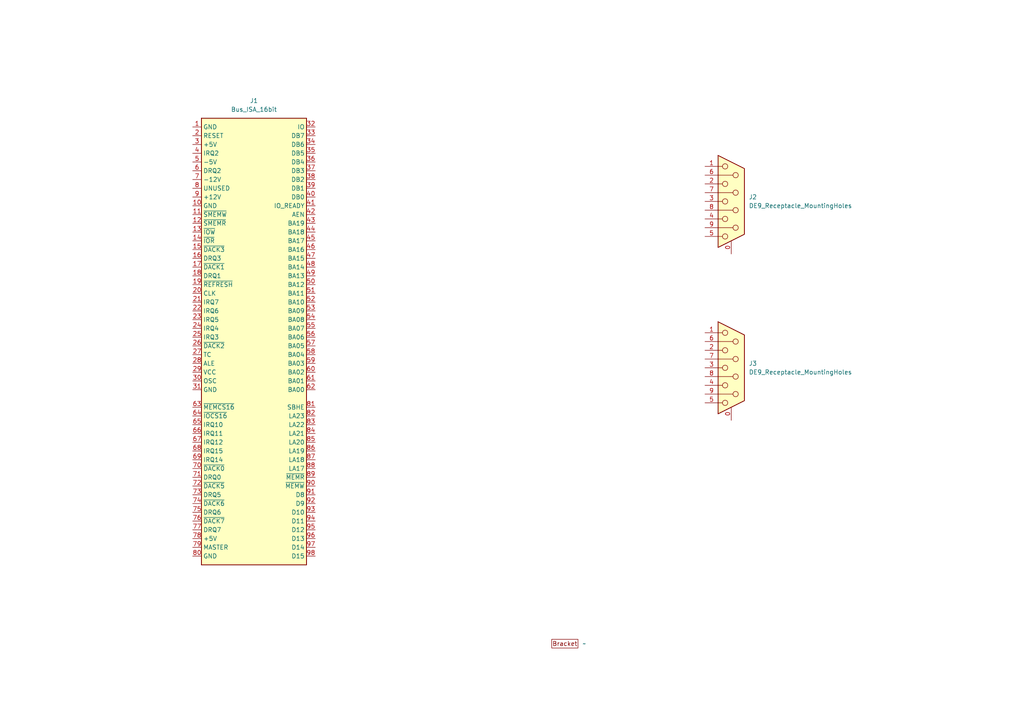
<source format=kicad_sch>
(kicad_sch (version 20231120) (generator "eeschema") (generator_version "8.0")
  (paper "A4")
  (lib_symbols
    (symbol "Connector:Bus_ISA_16bit"
      (property "Reference" "J" (at 0 67.945 0))
      (property "Value" "Bus_ISA_16bit" (at 0 -65.405 0))
      (symbol "Bus_ISA_16bit_0_1"
        (rectangle (start -15.24 -63.5) (end 15.24 66.04) (stroke (width 0.254)) (fill (type background)))
      )
      (symbol "Bus_ISA_16bit_1_1"
        (pin power_in line (at -17.78 63.5 0) (length 2.54) (name "GND") (number "1"))
        (pin power_in line (at -17.78 40.64 0) (length 2.54) (name "GND") (number "10"))
        (pin output line (at -17.78 38.1 0) (length 2.54) (name "~{SMEMW}") (number "11"))
        (pin output line (at -17.78 35.56 0) (length 2.54) (name "~{SMEMR}") (number "12"))
        (pin output line (at -17.78 33.02 0) (length 2.54) (name "~{IOW}") (number "13"))
        (pin output line (at -17.78 30.48 0) (length 2.54) (name "~{IOR}") (number "14"))
        (pin passive line (at -17.78 27.94 0) (length 2.54) (name "~{DACK3}") (number "15"))
        (pin passive line (at -17.78 25.4 0) (length 2.54) (name "DRQ3") (number "16"))
        (pin passive line (at -17.78 22.86 0) (length 2.54) (name "~{DACK1}") (number "17"))
        (pin passive line (at -17.78 20.32 0) (length 2.54) (name "DRQ1") (number "18"))
        (pin passive line (at -17.78 17.78 0) (length 2.54) (name "~{REFRESH}") (number "19"))
        (pin output line (at -17.78 60.96 0) (length 2.54) (name "RESET") (number "2"))
        (pin output line (at -17.78 15.24 0) (length 2.54) (name "CLK") (number "20"))
        (pin passive line (at -17.78 12.7 0) (length 2.54) (name "IRQ7") (number "21"))
        (pin passive line (at -17.78 10.16 0) (length 2.54) (name "IRQ6") (number "22"))
        (pin passive line (at -17.78 7.62 0) (length 2.54) (name "IRQ5") (number "23"))
        (pin passive line (at -17.78 5.08 0) (length 2.54) (name "IRQ4") (number "24"))
        (pin passive line (at -17.78 2.54 0) (length 2.54) (name "IRQ3") (number "25"))
        (pin passive line (at -17.78 0 0) (length 2.54) (name "~{DACK2}") (number "26"))
        (pin passive line (at -17.78 -2.54 0) (length 2.54) (name "TC") (number "27"))
        (pin output line (at -17.78 -5.08 0) (length 2.54) (name "ALE") (number "28"))
        (pin power_in line (at -17.78 -7.62 0) (length 2.54) (name "VCC") (number "29"))
        (pin power_in line (at -17.78 58.42 0) (length 2.54) (name "+5V") (number "3"))
        (pin output line (at -17.78 -10.16 0) (length 2.54) (name "OSC") (number "30"))
        (pin power_in line (at -17.78 -12.7 0) (length 2.54) (name "GND") (number "31"))
        (pin passive line (at 17.78 63.5 180) (length 2.54) (name "IO") (number "32"))
        (pin tri_state line (at 17.78 60.96 180) (length 2.54) (name "DB7") (number "33"))
        (pin tri_state line (at 17.78 58.42 180) (length 2.54) (name "DB6") (number "34"))
        (pin tri_state line (at 17.78 55.88 180) (length 2.54) (name "DB5") (number "35"))
        (pin tri_state line (at 17.78 53.34 180) (length 2.54) (name "DB4") (number "36"))
        (pin tri_state line (at 17.78 50.8 180) (length 2.54) (name "DB3") (number "37"))
        (pin tri_state line (at 17.78 48.26 180) (length 2.54) (name "DB2") (number "38"))
        (pin tri_state line (at 17.78 45.72 180) (length 2.54) (name "DB1") (number "39"))
        (pin passive line (at -17.78 55.88 0) (length 2.54) (name "IRQ2") (number "4"))
        (pin tri_state line (at 17.78 43.18 180) (length 2.54) (name "DB0") (number "40"))
        (pin passive line (at 17.78 40.64 180) (length 2.54) (name "IO_READY") (number "41"))
        (pin output line (at 17.78 38.1 180) (length 2.54) (name "AEN") (number "42"))
        (pin tri_state line (at 17.78 35.56 180) (length 2.54) (name "BA19") (number "43"))
        (pin tri_state line (at 17.78 33.02 180) (length 2.54) (name "BA18") (number "44"))
        (pin tri_state line (at 17.78 30.48 180) (length 2.54) (name "BA17") (number "45"))
        (pin tri_state line (at 17.78 27.94 180) (length 2.54) (name "BA16") (number "46"))
        (pin tri_state line (at 17.78 25.4 180) (length 2.54) (name "BA15") (number "47"))
        (pin tri_state line (at 17.78 22.86 180) (length 2.54) (name "BA14") (number "48"))
        (pin tri_state line (at 17.78 20.32 180) (length 2.54) (name "BA13") (number "49"))
        (pin power_in line (at -17.78 53.34 0) (length 2.54) (name "-5V") (number "5"))
        (pin tri_state line (at 17.78 17.78 180) (length 2.54) (name "BA12") (number "50"))
        (pin tri_state line (at 17.78 15.24 180) (length 2.54) (name "BA11") (number "51"))
        (pin tri_state line (at 17.78 12.7 180) (length 2.54) (name "BA10") (number "52"))
        (pin tri_state line (at 17.78 10.16 180) (length 2.54) (name "BA09") (number "53"))
        (pin tri_state line (at 17.78 7.62 180) (length 2.54) (name "BA08") (number "54"))
        (pin tri_state line (at 17.78 5.08 180) (length 2.54) (name "BA07") (number "55"))
        (pin tri_state line (at 17.78 2.54 180) (length 2.54) (name "BA06") (number "56"))
        (pin tri_state line (at 17.78 0 180) (length 2.54) (name "BA05") (number "57"))
        (pin tri_state line (at 17.78 -2.54 180) (length 2.54) (name "BA04") (number "58"))
        (pin tri_state line (at 17.78 -5.08 180) (length 2.54) (name "BA03") (number "59"))
        (pin passive line (at -17.78 50.8 0) (length 2.54) (name "DRQ2") (number "6"))
        (pin tri_state line (at 17.78 -7.62 180) (length 2.54) (name "BA02") (number "60"))
        (pin tri_state line (at 17.78 -10.16 180) (length 2.54) (name "BA01") (number "61"))
        (pin tri_state line (at 17.78 -12.7 180) (length 2.54) (name "BA00") (number "62"))
        (pin passive line (at -17.78 -17.78 0) (length 2.54) (name "~{MEMCS16}") (number "63"))
        (pin passive line (at -17.78 -20.32 0) (length 2.54) (name "~{IOCS16}") (number "64"))
        (pin passive line (at -17.78 -22.86 0) (length 2.54) (name "IRQ10") (number "65"))
        (pin passive line (at -17.78 -25.4 0) (length 2.54) (name "IRQ11") (number "66"))
        (pin passive line (at -17.78 -27.94 0) (length 2.54) (name "IRQ12") (number "67"))
        (pin passive line (at -17.78 -30.48 0) (length 2.54) (name "IRQ15") (number "68"))
        (pin passive line (at -17.78 -33.02 0) (length 2.54) (name "IRQ14") (number "69"))
        (pin power_in line (at -17.78 48.26 0) (length 2.54) (name "-12V") (number "7"))
        (pin output line (at -17.78 -35.56 0) (length 2.54) (name "~{DACK0}") (number "70"))
        (pin passive line (at -17.78 -38.1 0) (length 2.54) (name "DRQ0") (number "71"))
        (pin output line (at -17.78 -40.64 0) (length 2.54) (name "~{DACK5}") (number "72"))
        (pin passive line (at -17.78 -43.18 0) (length 2.54) (name "DRQ5") (number "73"))
        (pin output line (at -17.78 -45.72 0) (length 2.54) (name "~{DACK6}") (number "74"))
        (pin passive line (at -17.78 -48.26 0) (length 2.54) (name "DRQ6") (number "75"))
        (pin output line (at -17.78 -50.8 0) (length 2.54) (name "~{DACK7}") (number "76"))
        (pin passive line (at -17.78 -53.34 0) (length 2.54) (name "DRQ7") (number "77"))
        (pin power_in line (at -17.78 -55.88 0) (length 2.54) (name "+5V") (number "78"))
        (pin passive line (at -17.78 -58.42 0) (length 2.54) (name "MASTER") (number "79"))
        (pin passive line (at -17.78 45.72 0) (length 2.54) (name "UNUSED") (number "8"))
        (pin power_in line (at -17.78 -60.96 0) (length 2.54) (name "GND") (number "80"))
        (pin passive line (at 17.78 -17.78 180) (length 2.54) (name "SBHE") (number "81"))
        (pin passive line (at 17.78 -20.32 180) (length 2.54) (name "LA23") (number "82"))
        (pin passive line (at 17.78 -22.86 180) (length 2.54) (name "LA22") (number "83"))
        (pin passive line (at 17.78 -25.4 180) (length 2.54) (name "LA21") (number "84"))
        (pin passive line (at 17.78 -27.94 180) (length 2.54) (name "LA20") (number "85"))
        (pin passive line (at 17.78 -30.48 180) (length 2.54) (name "LA19") (number "86"))
        (pin passive line (at 17.78 -33.02 180) (length 2.54) (name "LA18") (number "87"))
        (pin passive line (at 17.78 -35.56 180) (length 2.54) (name "LA17") (number "88"))
        (pin output line (at 17.78 -38.1 180) (length 2.54) (name "~{MEMR}") (number "89"))
        (pin power_in line (at -17.78 43.18 0) (length 2.54) (name "+12V") (number "9"))
        (pin output line (at 17.78 -40.64 180) (length 2.54) (name "~{MEMW}") (number "90"))
        (pin tri_state line (at 17.78 -43.18 180) (length 2.54) (name "D8") (number "91"))
        (pin tri_state line (at 17.78 -45.72 180) (length 2.54) (name "D9") (number "92"))
        (pin tri_state line (at 17.78 -48.26 180) (length 2.54) (name "D10") (number "93"))
        (pin tri_state line (at 17.78 -50.8 180) (length 2.54) (name "D11") (number "94"))
        (pin tri_state line (at 17.78 -53.34 180) (length 2.54) (name "D12") (number "95"))
        (pin tri_state line (at 17.78 -55.88 180) (length 2.54) (name "D13") (number "96"))
        (pin tri_state line (at 17.78 -58.42 180) (length 2.54) (name "D14") (number "97"))
        (pin tri_state line (at 17.78 -60.96 180) (length 2.54) (name "D15") (number "98"))
      )
    )
    (symbol "Connector:DE9_Receptacle_MountingHoles" (pin_names (offset 1.016) hide)
      (property "Reference" "J" (at 0 16.51 0))
      (property "Value" "DE9_Receptacle_MountingHoles" (at 0 14.605 0))
      (symbol "DE9_Receptacle_MountingHoles_0_1"
        (circle (center -1.778 -10.16) (radius 0.762))
        (circle (center -1.778 -5.08) (radius 0.762))
        (circle (center -1.778 0) (radius 0.762))
        (circle (center -1.778 5.08) (radius 0.762))
        (circle (center -1.778 10.16) (radius 0.762))
        (polyline (pts (xy -3.81 -10.16) (xy -2.54 -10.16)))
        (polyline (pts (xy -3.81 -7.62) (xy 0.508 -7.62)))
        (polyline (pts (xy -3.81 -5.08) (xy -2.54 -5.08)))
        (polyline (pts (xy -3.81 -2.54) (xy 0.508 -2.54)))
        (polyline (pts (xy -3.81 0) (xy -2.54 0)))
        (polyline (pts (xy -3.81 2.54) (xy 0.508 2.54)))
        (polyline (pts (xy -3.81 5.08) (xy -2.54 5.08)))
        (polyline (pts (xy -3.81 7.62) (xy 0.508 7.62)))
        (polyline (pts (xy -3.81 10.16) (xy -2.54 10.16)))
        (polyline (pts (xy -3.81 13.335) (xy -3.81 -13.335) (xy 3.81 -9.525) (xy 3.81 9.525) (xy -3.81 13.335)) (stroke (width 0.254)) (fill (type background)))
        (circle (center 1.27 -7.62) (radius 0.762))
        (circle (center 1.27 -2.54) (radius 0.762))
        (circle (center 1.27 2.54) (radius 0.762))
        (circle (center 1.27 7.62) (radius 0.762))
      )
      (symbol "DE9_Receptacle_MountingHoles_1_1"
        (pin passive line (at 0 -15.24 90) (length 3.81) (name "PAD") (number "0"))
        (pin passive line (at -7.62 10.16 0) (length 3.81) (name "1") (number "1"))
        (pin passive line (at -7.62 5.08 0) (length 3.81) (name "2") (number "2"))
        (pin passive line (at -7.62 0 0) (length 3.81) (name "3") (number "3"))
        (pin passive line (at -7.62 -5.08 0) (length 3.81) (name "4") (number "4"))
        (pin passive line (at -7.62 -10.16 0) (length 3.81) (name "5") (number "5"))
        (pin passive line (at -7.62 7.62 0) (length 3.81) (name "6") (number "6"))
        (pin passive line (at -7.62 2.54 0) (length 3.81) (name "7") (number "7"))
        (pin passive line (at -7.62 -2.54 0) (length 3.81) (name "8") (number "8"))
        (pin passive line (at -7.62 -7.62 0) (length 3.81) (name "9") (number "9"))
      )
    )
    (symbol "pc-parts:9202"
      (symbol "9202_1_1"
        (rectangle (start -3.81 1.27) (end 3.81 -1.27))
        (text "Bracket" (at 0 0 0) (effects (font (size 1.27 1.27))))
      )
    )
  )
  (symbol (lib_id "pc-parts:9202") (at 163.83 186.69 0) (unit 1)
    (property "Reference" "BRACKET1" (effects (hide yes)))
    (property "Value" "~" (at 168.91 186.69 0) (effects (justify left)))
    (property "Footprint" "pc-parts:PC_BRACKET_ISA_KEYSTONE_9200_Rev1_1" (effects (hide yes)))
  )
  (symbol (lib_id "Connector:DE9_Receptacle_MountingHoles") (at 212.09 106.68 0) (unit 1)
    (property "Reference" "J3" (at 217.17 105.4099 0) (effects (justify left)))
    (property "Value" "DE9_Receptacle_MountingHoles" (at 217.17 107.9499 0) (effects (justify left)))
    (property "Footprint" "Connector_Dsub:DSUB-9_Female_Horizontal_P2.77x2.84mm_EdgePinOffset4.94mm_Housed_MountingHolesOffset4.94mm" (effects (hide yes)))
    (property "Description" "9-pin female receptacle socket D-SUB connector, Mounting Hole" (effects (hide yes)))
  )
  (symbol (lib_id "Connector:DE9_Receptacle_MountingHoles") (at 212.09 58.42 0) (unit 1)
    (property "Reference" "J2" (at 217.17 57.1499 0) (effects (justify left)))
    (property "Value" "DE9_Receptacle_MountingHoles" (at 217.17 59.6899 0) (effects (justify left)))
    (property "Footprint" "Connector_Dsub:DSUB-9_Female_Horizontal_P2.77x2.84mm_EdgePinOffset4.94mm_Housed_MountingHolesOffset4.94mm" (effects (hide yes)))
    (property "Description" "9-pin female receptacle socket D-SUB connector, Mounting Hole" (effects (hide yes)))
  )
  (symbol (lib_id "Connector:Bus_ISA_16bit") (at 73.66 100.33 0) (unit 1)
    (property "Reference" "J1" (at 73.66 29.21 0))
    (property "Value" "Bus_ISA_16bit" (at 73.66 31.75 0))
    (property "Footprint" "Connector_PCBEdge:BUS_AT" (effects (hide yes)))
    (property "Datasheet" "https://en.wikipedia.org/wiki/Industry_Standard_Architecture" (effects (hide yes)))
    (property "Description" "16-bit ISA-AT bus connector" (effects (hide yes)))
  )
)
</source>
